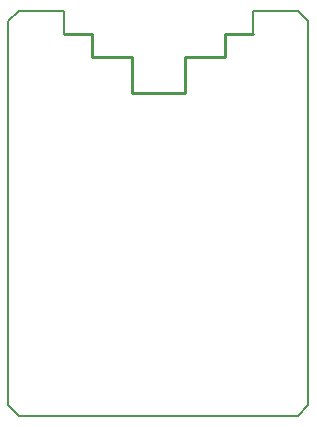
<source format=gm1>
G04 #@! TF.GenerationSoftware,KiCad,Pcbnew,5.1.9+dfsg1-1*
G04 #@! TF.CreationDate,2022-04-17T13:51:57+02:00*
G04 #@! TF.ProjectId,edgedriver,65646765-6472-4697-9665-722e6b696361,rev?*
G04 #@! TF.SameCoordinates,Original*
G04 #@! TF.FileFunction,Profile,NP*
%FSLAX46Y46*%
G04 Gerber Fmt 4.6, Leading zero omitted, Abs format (unit mm)*
G04 Created by KiCad (PCBNEW 5.1.9+dfsg1-1) date 2022-04-17 13:51:57*
%MOMM*%
%LPD*%
G01*
G04 APERTURE LIST*
G04 #@! TA.AperFunction,Profile*
%ADD10C,0.150000*%
G04 #@! TD*
G04 #@! TA.AperFunction,Profile*
%ADD11C,0.282843*%
G04 #@! TD*
G04 APERTURE END LIST*
D10*
X-12700000Y-381000D02*
X-11811000Y-1270000D01*
X-11830000Y33000000D02*
X-8000000Y33000000D01*
X-12700000Y32131000D02*
X-11830000Y33000000D01*
X11830000Y33000000D02*
X12700000Y32131000D01*
X11811000Y-1270000D02*
X12700000Y-381000D01*
X8000000Y33000000D02*
X11830000Y33000000D01*
X8000000Y31100000D02*
X8000000Y33000000D01*
X-8000000Y31100000D02*
X-8000000Y33000000D01*
X-12700000Y-381000D02*
X-12700000Y32131000D01*
X12700000Y-381000D02*
X12700000Y32131000D01*
X-11811000Y-1270000D02*
X11811000Y-1270000D01*
D11*
X-5649784Y31099910D02*
X-8000028Y31099910D01*
X-5649784Y29100034D02*
X-5649784Y31099910D01*
X-2249992Y29100034D02*
X-5649784Y29100034D01*
X-2249992Y26099698D02*
X-2249992Y29100034D01*
X2249992Y26099698D02*
X-2249992Y26099698D01*
X2249992Y29100034D02*
X2249992Y26099698D01*
X5649267Y29100034D02*
X2249992Y29100034D01*
X5649267Y31099910D02*
X5649267Y29100034D01*
X7999512Y31099910D02*
X5649267Y31099910D01*
M02*

</source>
